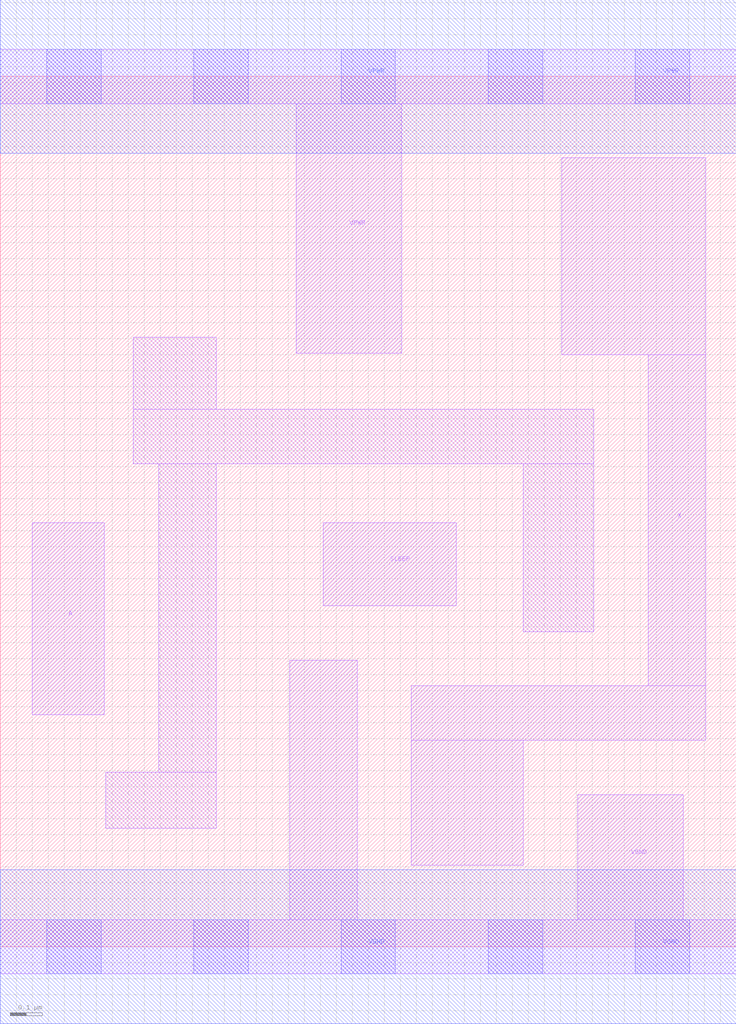
<source format=lef>
# Copyright 2020 The SkyWater PDK Authors
#
# Licensed under the Apache License, Version 2.0 (the "License");
# you may not use this file except in compliance with the License.
# You may obtain a copy of the License at
#
#     https://www.apache.org/licenses/LICENSE-2.0
#
# Unless required by applicable law or agreed to in writing, software
# distributed under the License is distributed on an "AS IS" BASIS,
# WITHOUT WARRANTIES OR CONDITIONS OF ANY KIND, either express or implied.
# See the License for the specific language governing permissions and
# limitations under the License.
#
# SPDX-License-Identifier: Apache-2.0

VERSION 5.7 ;
  NAMESCASESENSITIVE ON ;
  NOWIREEXTENSIONATPIN ON ;
  DIVIDERCHAR "/" ;
  BUSBITCHARS "[]" ;
UNITS
  DATABASE MICRONS 200 ;
END UNITS
PROPERTYDEFINITIONS
  MACRO maskLayoutSubType STRING ;
  MACRO prCellType STRING ;
  MACRO originalViewName STRING ;
END PROPERTYDEFINITIONS
MACRO sky130_fd_sc_hdll__isobufsrc_1
  CLASS CORE ;
  FOREIGN sky130_fd_sc_hdll__isobufsrc_1 ;
  ORIGIN  0.000000  0.000000 ;
  SIZE  2.300000 BY  2.720000 ;
  SYMMETRY X Y R90 ;
  SITE unithd ;
  PIN A
    ANTENNAGATEAREA  0.138600 ;
    DIRECTION INPUT ;
    USE SIGNAL ;
    PORT
      LAYER li1 ;
        RECT 0.100000 0.725000 0.325000 1.325000 ;
    END
  END A
  PIN SLEEP
    ANTENNAGATEAREA  0.277500 ;
    DIRECTION INPUT ;
    USE SIGNAL ;
    PORT
      LAYER li1 ;
        RECT 1.010000 1.065000 1.425000 1.325000 ;
    END
  END SLEEP
  PIN X
    ANTENNADIFFAREA  0.478000 ;
    DIRECTION OUTPUT ;
    USE SIGNAL ;
    PORT
      LAYER li1 ;
        RECT 1.285000 0.255000 1.635000 0.645000 ;
        RECT 1.285000 0.645000 2.205000 0.815000 ;
        RECT 1.755000 1.850000 2.205000 2.465000 ;
        RECT 2.025000 0.815000 2.205000 1.850000 ;
    END
  END X
  PIN VGND
    DIRECTION INOUT ;
    USE GROUND ;
    PORT
      LAYER li1 ;
        RECT 0.000000 -0.085000 2.300000 0.085000 ;
        RECT 0.905000  0.085000 1.115000 0.895000 ;
        RECT 1.805000  0.085000 2.135000 0.475000 ;
      LAYER mcon ;
        RECT 0.145000 -0.085000 0.315000 0.085000 ;
        RECT 0.605000 -0.085000 0.775000 0.085000 ;
        RECT 1.065000 -0.085000 1.235000 0.085000 ;
        RECT 1.525000 -0.085000 1.695000 0.085000 ;
        RECT 1.985000 -0.085000 2.155000 0.085000 ;
      LAYER met1 ;
        RECT 0.000000 -0.240000 2.300000 0.240000 ;
    END
  END VGND
  PIN VPWR
    DIRECTION INOUT ;
    USE POWER ;
    PORT
      LAYER li1 ;
        RECT 0.000000 2.635000 2.300000 2.805000 ;
        RECT 0.925000 1.855000 1.255000 2.635000 ;
      LAYER mcon ;
        RECT 0.145000 2.635000 0.315000 2.805000 ;
        RECT 0.605000 2.635000 0.775000 2.805000 ;
        RECT 1.065000 2.635000 1.235000 2.805000 ;
        RECT 1.525000 2.635000 1.695000 2.805000 ;
        RECT 1.985000 2.635000 2.155000 2.805000 ;
      LAYER met1 ;
        RECT 0.000000 2.480000 2.300000 2.960000 ;
    END
  END VPWR
  OBS
    LAYER li1 ;
      RECT 0.330000 0.370000 0.675000 0.545000 ;
      RECT 0.415000 1.510000 1.855000 1.680000 ;
      RECT 0.415000 1.680000 0.675000 1.905000 ;
      RECT 0.495000 0.545000 0.675000 1.510000 ;
      RECT 1.635000 0.985000 1.855000 1.510000 ;
  END
  PROPERTY maskLayoutSubType "abstract" ;
  PROPERTY prCellType "standard" ;
  PROPERTY originalViewName "layout" ;
END sky130_fd_sc_hdll__isobufsrc_1

</source>
